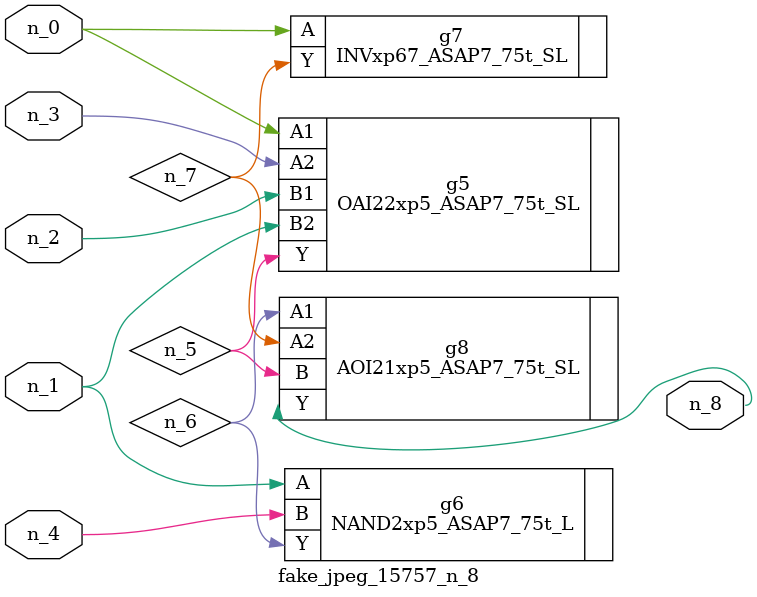
<source format=v>
module fake_jpeg_15757_n_8 (n_3, n_2, n_1, n_0, n_4, n_8);

input n_3;
input n_2;
input n_1;
input n_0;
input n_4;

output n_8;

wire n_6;
wire n_5;
wire n_7;

OAI22xp5_ASAP7_75t_SL g5 ( 
.A1(n_0),
.A2(n_3),
.B1(n_2),
.B2(n_1),
.Y(n_5)
);

NAND2xp5_ASAP7_75t_L g6 ( 
.A(n_1),
.B(n_4),
.Y(n_6)
);

INVxp67_ASAP7_75t_SL g7 ( 
.A(n_0),
.Y(n_7)
);

AOI21xp5_ASAP7_75t_SL g8 ( 
.A1(n_6),
.A2(n_7),
.B(n_5),
.Y(n_8)
);


endmodule
</source>
